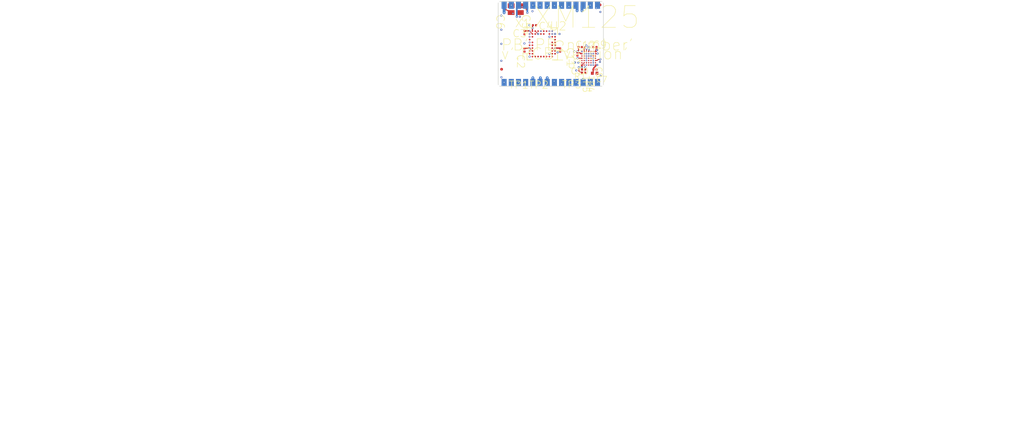
<source format=kicad_pcb>
(kicad_pcb (version 20211014) (generator pcbnew)
  (layers (0 "F.Cu" signal) (1 "In1.Cu" signal) (2 "In2.Cu" signal) (31 "B.Cu" signal) (34 "B.Paste" user) (35 "F.Paste" user) (36 "B.SilkS" user "B.Silkscreen") (37 "F.SilkS" user "F.Silkscreen") (38 "B.Mask" user) (39 "F.Mask" user) (44 "Edge.Cuts" user))
  (net 0 "")
  (net 1 "Net1")
  (net 2 "SPI_SS")
  (net 3 "MISC_GPIO2_BOOT0")
  (net 4 "XOUT")
  (net 5 "XIN")
  (net 6 "WAKE_UP")
  (net 7 "VIN_sensor")
  (net 8 "UART_TX")
  (net 9 "UART_RX")
  (net 10 "UART_RTS")
  (net 11 "UART_CTS")
  (net 12 "SWDIO")
  (net 13 "SWDCLK")
  (net 14 "SPI_MOSI")
  (net 15 "SPI_MISO")
  (net 16 "SPI_CLK")
  (net 17 "NRESET")
  (net 18 "MISC_GPIO1")
  (net 19 "MISC_GPIO0")
  (net 20 "MCU_INT")
  (net 21 "INTERRUPT")
  (net 22 "I2C_SDA")
  (net 23 "I2C_SCL")
  (net 24 "I2C_ADDR")
  (net 25 "GND")
  (net 26 "ENABLE")
  (net 27 "DEBUG_UART_TX")
  (net 28 "DEBUG_UART_RX")
  (net 29 "1V8_sensor")
  (footprint "Fiducial 0.5 mm footprint-1" (layer "F.Cu") (at 106.075 -77.745)
    (fp_text reference "F2" hide)
    (fp_text value "Fiducial marker" hide)
    (pad "1" smd circle locked (at 0 0 180) (size 0.5 0.5) (layers "F.Cu"))
  )
  (footprint "CAPC0603X04L_no_silkscreen" (layer "F.Cu") (at 94.485 -74.145)
    (fp_text reference "C4" hide)
    (fp_text value "Generic 1uF SMD capacitor, metric 0603 (0201)" hide)
    (pad "1" smd rect locked (at -0.28 0 90) (size 0.36 0.36) (layers "F.Cu") (net 7 "VIN_sensor"))
    (pad "2" smd rect locked (at 0.28 0 90) (size 0.36 0.36) (layers "F.Cu") (net 25 "GND"))
  )
  (footprint "CAPC0603X04L_no_silkscreen" (layer "F.Cu") (at 92.725 -69.76)
    (fp_text reference "C2" hide)
    (fp_text value "Generic 1uF SMD capacitor, metric 0603 (0201)" hide)
    (pad "1" smd rect locked (at 0 -0.28) (size 0.36 0.36) (layers "F.Cu") (net 29 "1V8_sensor"))
    (pad "2" smd rect locked (at 0 0.28) (size 0.36 0.36) (layers "F.Cu") (net 25 "GND"))
  )
  (footprint "CAPC0603X04L_no_silkscreen" (layer "F.Cu") (at 103.175 -66.295)
    (fp_text reference "C10" hide)
    (fp_text value "Generic 100 nF SMD capacitor, metric 0603 (0201)" hide)
    (pad "1" smd rect locked (at -0.28 0 90) (size 0.36 0.36) (layers "F.Cu") (net 7 "VIN_sensor"))
    (pad "2" smd rect locked (at 0.28 0 90) (size 0.36 0.36) (layers "F.Cu") (net 25 "GND"))
  )
  (footprint "CAPC0603X04L_no_silkscreen" (layer "F.Cu") (at 105.175 -66.295)
    (fp_text reference "C8" hide)
    (fp_text value "Generic 100 nF SMD capacitor, metric 0603 (0201)" hide)
    (pad "1" smd rect locked (at -0.28 0 90) (size 0.36 0.36) (layers "F.Cu") (net 7 "VIN_sensor"))
    (pad "2" smd rect locked (at 0.28 0 90) (size 0.36 0.36) (layers "F.Cu") (net 25 "GND"))
  )
  (footprint "CAPC0603X04L_no_silkscreen" (layer "F.Cu") (at 89.25 -77.235)
    (fp_text reference "C6" hide)
    (fp_text value "Generic 8pF SMD capacitor, metric 0603 (0201)" hide)
    (pad "1" smd rect locked (at 0 0.28 180) (size 0.36 0.36) (layers "F.Cu") (net 4 "XOUT"))
    (pad "2" smd rect locked (at 0 -0.28 180) (size 0.36 0.36) (layers "F.Cu") (net 25 "GND"))
  )
  (footprint "Testpoint_circular_0.8_no_silkscreen" (layer "F.Cu") (at 92.925 -64.02)
    (fp_text reference "TP2" hide)
    (fp_text value "Circular test point" hide)
    (pad "1" smd circle locked (at 0 0 90) (size 0.8 0.8) (layers "F.Cu") (net 25 "GND"))
  )
  (footprint "Fiducial 0.5 mm footprint-1" (layer "F.Cu") (at 88.67227 -66.35371)
    (fp_text reference "F1" hide)
    (fp_text value "Fiducial marker" hide)
    (pad "1" smd circle locked (at 0 0) (size 0.5 0.5) (layers "F.Cu"))
  )
  (footprint "CAPC1005X05L" (layer "F.Cu") (at 105.125 -65.645)
    (fp_text reference "C7" hide)
    (fp_text value "Generic 4.7uF SMD capacitor, metric 1005 (0402)" hide)
    (pad "1" smd rect locked (at -0.41 0 90) (size 0.55 0.5) (layers "F.Cu") (net 7 "VIN_sensor"))
    (pad "2" smd rect locked (at 0.41 0 90) (size 0.55 0.5) (layers "F.Cu") (net 25 "GND"))
  )
  (footprint "ECS-240-8-36-RWN-TR3-Footprint-No-Silk" (layer "F.Cu") (at 91.175 -76.985)
    (fp_text reference "X1" hide)
    (fp_text value "Crystal 24 MHz 2.5 x 2.0 mm 4-SMD" hide)
    (pad "1" smd rect locked (at -0.8125 0.6 90) (size 0.85 1.2) (layers "F.Cu") (net 4 "XOUT"))
    (pad "2" smd rect locked (at 0.8125 0.6 90) (size 0.85 1.2) (layers "F.Cu") (net 25 "GND"))
    (pad "3" smd rect locked (at 0.8125 -0.6 90) (size 0.85 1.2) (layers "F.Cu") (net 5 "XIN"))
    (pad "4" smd rect locked (at -0.8125 -0.6 90) (size 0.85 1.2) (layers "F.Cu") (net 25 "GND"))
  )
  (footprint "Testpoint_circular_0.8_no_silkscreen" (layer "F.Cu") (at 105.625 -64.04501)
    (fp_text reference "TP5" hide)
    (fp_text value "Circular test point" hide)
    (pad "1" smd circle locked (at 0 0 90) (size 0.8 0.8) (layers "F.Cu") (net 17 "NRESET"))
  )
  (footprint "Testpoint_circular_0.8_no_silkscreen" (layer "F.Cu") (at 89.12 -64.04501)
    (fp_text reference "TP1" hide)
    (fp_text value "Circular test point" hide)
    (pad "1" smd circle locked (at 0 0 90) (size 0.8 0.8) (layers "F.Cu") (net 7 "VIN_sensor"))
  )
  (footprint "CAPC0603X04L_no_silkscreen" (layer "F.Cu") (at 99.025 -69.76)
    (fp_text reference "C1" hide)
    (fp_text value "Generic 1uF SMD capacitor, metric 0603 (0201)" hide)
    (pad "1" smd rect locked (at 0 -0.28) (size 0.36 0.36) (layers "F.Cu") (net 29 "1V8_sensor"))
    (pad "2" smd rect locked (at 0 0.28) (size 0.36 0.36) (layers "F.Cu") (net 25 "GND"))
  )
  (footprint "Testpoint_circular_0.8_no_silkscreen" (layer "F.Cu") (at 103.09 -64.04501)
    (fp_text reference "TP4" hide)
    (fp_text value "Circular test point" hide)
    (pad "1" smd circle locked (at 0 0 90) (size 0.8 0.8) (layers "F.Cu") (net 13 "SWDCLK"))
  )
  (footprint "CAPC0603X04L_no_silkscreen" (layer "F.Cu") (at 102.075 -69.045)
    (fp_text reference "C11" hide)
    (fp_text value "Generic 100 nF SMD capacitor, metric 0603 (0201)" hide)
    (pad "1" smd rect locked (at 0 -0.28) (size 0.36 0.36) (layers "F.Cu") (net 7 "VIN_sensor"))
    (pad "2" smd rect locked (at 0 0.28) (size 0.36 0.36) (layers "F.Cu") (net 25 "GND"))
  )
  (footprint "CAPC0603X04L_no_silkscreen" (layer "F.Cu") (at 105.175 -70.27)
    (fp_text reference "C9" hide)
    (fp_text value "Generic 100 nF SMD capacitor, metric 0603 (0201)" hide)
    (pad "1" smd rect locked (at 0.28 0 270) (size 0.36 0.36) (layers "F.Cu") (net 7 "VIN_sensor"))
    (pad "2" smd rect locked (at -0.28 0 270) (size 0.36 0.36) (layers "F.Cu") (net 25 "GND"))
  )
  (footprint "BGA49C40P7X7_314X313X58" (layer "F.Cu") (at 104.075 -68.295)
    (fp_text reference "U1" hide)
    (fp_text value "RISC Microcontroller, 32-Bit, FLASH, 80MHz, CMOS, PBGA49" hide)
    (pad "A1" smd circle locked (at 1.2 1.2 180) (size 0.235 0.235) (layers "F.Cu") (net 7 "VIN_sensor"))
    (pad "A2" smd circle locked (at 0.8 1.2 180) (size 0.235 0.235) (layers "F.Cu") (net 13 "SWDCLK"))
    (pad "A3" smd circle locked (at 0.4 1.2 180) (size 0.235 0.235) (layers "F.Cu") (net 21 "INTERRUPT"))
    (pad "A4" smd circle locked (at 0 1.2 180) (size 0.235 0.235) (layers "F.Cu"))
    (pad "A5" smd circle locked (at -0.4 1.2 180) (size 0.235 0.235) (layers "F.Cu") (net 3 "MISC_GPIO2_BOOT0"))
    (pad "A6" smd circle locked (at -0.8 1.2 180) (size 0.235 0.235) (layers "F.Cu") (net 25 "GND"))
    (pad "A7" smd circle locked (at -1.2 1.2 180) (size 0.235 0.235) (layers "F.Cu") (net 7 "VIN_sensor"))
    (pad "B1" smd circle locked (at 1.2 0.8 180) (size 0.235 0.235) (layers "F.Cu") (net 25 "GND"))
    (pad "B2" smd circle locked (at 0.8 0.8 180) (size 0.235 0.235) (layers "F.Cu") (net 12 "SWDIO"))
    (pad "B3" smd circle locked (at 0.4 0.8 180) (size 0.235 0.235) (layers "F.Cu"))
    (pad "B4" smd circle locked (at 0 0.8 180) (size 0.235 0.235) (layers "F.Cu"))
    (pad "B5" smd circle locked (at -0.4 0.8 180) (size 0.235 0.235) (layers "F.Cu"))
    (pad "B6" smd circle locked (at -0.8 0.8 180) (size 0.235 0.235) (layers "F.Cu") (net 7 "VIN_sensor"))
    (pad "B7" smd circle locked (at -1.2 0.8 180) (size 0.235 0.235) (layers "F.Cu"))
    (pad "C1" smd circle locked (at 1.2 0.4 180) (size 0.235 0.235) (layers "F.Cu") (net 6 "WAKE_UP"))
    (pad "C2" smd circle locked (at 0.8 0.4 180) (size 0.235 0.235) (layers "F.Cu") (net 28 "DEBUG_UART_RX"))
    (pad "C3" smd circle locked (at 0.4 0.4 180) (size 0.235 0.235) (layers "F.Cu"))
    (pad "C4" smd circle locked (at 0 0.4 180) (size 0.235 0.235) (layers "F.Cu"))
    (pad "C5" smd circle locked (at -0.4 0.4 180) (size 0.235 0.235) (layers "F.Cu") (net 20 "MCU_INT"))
    (pad "C6" smd circle locked (at -0.8 0.4 180) (size 0.235 0.235) (layers "F.Cu"))
    (pad "C7" smd circle locked (at -1.2 0.4 180) (size 0.235 0.235) (layers "F.Cu"))
    (pad "D1" smd circle locked (at 1.2 0 180) (size 0.235 0.235) (layers "F.Cu"))
    (pad "D2" smd circle locked (at 0.8 0 180) (size 0.235 0.235) (layers "F.Cu") (net 27 "DEBUG_UART_TX"))
    (pad "D3" smd circle locked (at 0.4 0 180) (size 0.235 0.235) (layers "F.Cu"))
    (pad "D4" smd circle locked (at 0 0 180) (size 0.235 0.235) (layers "F.Cu"))
    (pad "D5" smd circle locked (at -0.4 0 180) (size 0.235 0.235) (layers "F.Cu") (net 17 "NRESET"))
    (pad "D6" smd circle locked (at -0.8 0 180) (size 0.235 0.235) (layers "F.Cu"))
    (pad "D7" smd circle locked (at -1.2 0 180) (size 0.235 0.235) (layers "F.Cu") (net 24 "I2C_ADDR"))
    (pad "E1" smd circle locked (at 1.2 -0.4 180) (size 0.235 0.235) (layers "F.Cu"))
    (pad "E2" smd circle locked (at 0.8 -0.4 180) (size 0.235 0.235) (layers "F.Cu"))
    (pad "E3" smd circle locked (at 0.4 -0.4 180) (size 0.235 0.235) (layers "F.Cu") (net 23 "I2C_SCL"))
    (pad "E4" smd circle locked (at 0 -0.4 180) (size 0.235 0.235) (layers "F.Cu") (net 9 "UART_RX"))
    (pad "E5" smd circle locked (at -0.4 -0.4 180) (size 0.235 0.235) (layers "F.Cu") (net 8 "UART_TX"))
    (pad "E6" smd circle locked (at -0.8 -0.4 180) (size 0.235 0.235) (layers "F.Cu"))
    (pad "E7" smd circle locked (at -1.2 -0.4 180) (size 0.235 0.235) (layers "F.Cu") (net 25 "GND"))
    (pad "F1" smd circle locked (at 1.2 -0.8 180) (size 0.235 0.235) (layers "F.Cu") (net 26 "ENABLE"))
    (pad "F2" smd circle locked (at 0.8 -0.8 180) (size 0.235 0.235) (layers "F.Cu") (net 22 "I2C_SDA"))
    (pad "F3" smd circle locked (at 0.4 -0.8 180) (size 0.235 0.235) (layers "F.Cu") (net 14 "SPI_MOSI"))
    (pad "F4" smd circle locked (at 0 -0.8 180) (size 0.235 0.235) (layers "F.Cu") (net 15 "SPI_MISO"))
    (pad "F5" smd circle locked (at -0.4 -0.8 180) (size 0.235 0.235) (layers "F.Cu") (net 16 "SPI_CLK"))
    (pad "F6" smd circle locked (at -0.8 -0.8 180) (size 0.235 0.235) (layers "F.Cu") (net 11 "UART_CTS"))
    (pad "F7" smd circle locked (at -1.2 -0.8 180) (size 0.235 0.235) (layers "F.Cu") (net 7 "VIN_sensor"))
    (pad "G1" smd circle locked (at 1.2 -1.2 180) (size 0.235 0.235) (layers "F.Cu") (net 7 "VIN_sensor"))
    (pad "G2" smd circle locked (at 0.8 -1.2 180) (size 0.235 0.235) (layers "F.Cu") (net 25 "GND"))
    (pad "G3" smd circle locked (at 0.4 -1.2 180) (size 0.235 0.235) (layers "F.Cu"))
    (pad "G4" smd circle locked (at 0 -1.2 180) (size 0.235 0.235) (layers "F.Cu") (net 19 "MISC_GPIO0"))
    (pad "G5" smd circle locked (at -0.4 -1.2 180) (size 0.235 0.235) (layers "F.Cu") (net 2 "SPI_SS"))
    (pad "G6" smd circle locked (at -0.8 -1.2 180) (size 0.235 0.235) (layers "F.Cu") (net 18 "MISC_GPIO1"))
    (pad "G7" smd circle locked (at -1.2 -1.2 180) (size 0.235 0.235) (layers "F.Cu") (net 10 "UART_RTS"))
  )
  (footprint "CAPC0603X04L_no_silkscreen" (layer "F.Cu") (at 93.125 -77.235)
    (fp_text reference "C5" hide)
    (fp_text value "Generic 8pF SMD capacitor, metric 0603 (0201)" hide)
    (pad "1" smd rect locked (at 0 -0.28) (size 0.36 0.36) (layers "F.Cu") (net 5 "XIN"))
    (pad "2" smd rect locked (at 0 0.28) (size 0.36 0.36) (layers "F.Cu") (net 25 "GND"))
  )
  (footprint "BGA50C50P10X10_520X550X90" (layer "F.Cu") (at 95.875 -70.845)
    (fp_text reference "U2" hide)
    (fp_text value "Acconeer A121 pulsed coherent 60 GHz radar sensor" hide)
    (pad "A2" smd circle locked (at 1.75 2.25 180) (size 0.3 0.3) (layers "F.Cu") (net 25 "GND"))
    (pad "A3" smd circle locked (at 1.25 2.25 180) (size 0.3 0.3) (layers "F.Cu") (net 25 "GND"))
    (pad "A4" smd circle locked (at 0.75 2.25 180) (size 0.3 0.3) (layers "F.Cu") (net 25 "GND"))
    (pad "A5" smd circle locked (at 0.25 2.25 180) (size 0.3 0.3) (layers "F.Cu") (net 25 "GND"))
    (pad "A6" smd circle locked (at -0.25 2.25 180) (size 0.3 0.3) (layers "F.Cu") (net 25 "GND"))
    (pad "A7" smd circle locked (at -0.75 2.25 180) (size 0.3 0.3) (layers "F.Cu") (net 25 "GND"))
    (pad "A8" smd circle locked (at -1.25 2.25 180) (size 0.3 0.3) (layers "F.Cu") (net 25 "GND"))
    (pad "A9" smd circle locked (at -1.75 2.25 180) (size 0.3 0.3) (layers "F.Cu") (net 25 "GND"))
    (pad "B1" smd circle locked (at 2.25 1.75 180) (size 0.3 0.3) (layers "F.Cu") (net 25 "GND"))
    (pad "B2" smd circle locked (at 1.75 1.75 180) (size 0.3 0.3) (layers "F.Cu") (net 25 "GND"))
    (pad "B9" smd circle locked (at -1.75 1.75 180) (size 0.3 0.3) (layers "F.Cu") (net 25 "GND"))
    (pad "B10" smd circle locked (at -2.25 1.75 180) (size 0.3 0.3) (layers "F.Cu") (net 25 "GND"))
    (pad "C1" smd circle locked (at 2.25 1.25 180) (size 0.3 0.3) (layers "F.Cu") (net 25 "GND"))
    (pad "C2" smd circle locked (at 1.75 1.25 180) (size 0.3 0.3) (layers "F.Cu") (net 29 "1V8_sensor"))
    (pad "C9" smd circle locked (at -1.75 1.25 180) (size 0.3 0.3) (layers "F.Cu") (net 29 "1V8_sensor"))
    (pad "C10" smd circle locked (at -2.25 1.25 180) (size 0.3 0.3) (layers "F.Cu") (net 25 "GND"))
    (pad "D1" smd circle locked (at 2.25 0.75 180) (size 0.3 0.3) (layers "F.Cu") (net 29 "1V8_sensor"))
    (pad "D2" smd circle locked (at 1.75 0.75 180) (size 0.3 0.3) (layers "F.Cu") (net 25 "GND"))
    (pad "D9" smd circle locked (at -1.75 0.75 180) (size 0.3 0.3) (layers "F.Cu") (net 25 "GND"))
    (pad "D10" smd circle locked (at -2.25 0.75 180) (size 0.3 0.3) (layers "F.Cu") (net 29 "1V8_sensor"))
    (pad "E1" smd circle locked (at 2.25 0.25 180) (size 0.3 0.3) (layers "F.Cu") (net 25 "GND"))
    (pad "E2" smd circle locked (at 1.75 0.25 180) (size 0.3 0.3) (layers "F.Cu") (net 25 "GND"))
    (pad "E9" smd circle locked (at -1.75 0.25 180) (size 0.3 0.3) (layers "F.Cu") (net 25 "GND"))
    (pad "E10" smd circle locked (at -2.25 0.25 180) (size 0.3 0.3) (layers "F.Cu") (net 25 "GND"))
    (pad "F1" smd circle locked (at 2.25 -0.25 180) (size 0.3 0.3) (layers "F.Cu") (net 25 "GND"))
    (pad "F2" smd circle locked (at 1.75 -0.25 180) (size 0.3 0.3) (layers "F.Cu") (net 25 "GND"))
    (pad "F9" smd circle locked (at -1.75 -0.25 180) (size 0.3 0.3) (layers "F.Cu") (net 25 "GND"))
    (pad "F10" smd circle locked (at -2.25 -0.25 180) (size 0.3 0.3) (layers "F.Cu") (net 26 "ENABLE"))
    (pad "G1" smd circle locked (at 2.25 -0.75 180) (size 0.3 0.3) (layers "F.Cu") (net 25 "GND"))
    (pad "G10" smd circle locked (at -2.25 -0.75 180) (size 0.3 0.3) (layers "F.Cu") (net 25 "GND"))
    (pad "H1" smd circle locked (at 2.25 -1.25 180) (size 0.3 0.3) (layers "F.Cu") (net 25 "GND"))
    (pad "H2" smd circle locked (at 1.75 -1.25 180) (size 0.3 0.3) (layers "F.Cu") (net 25 "GND"))
    (pad "H9" smd circle locked (at -1.75 -1.25 180) (size 0.3 0.3) (layers "F.Cu") (net 25 "GND"))
    (pad "H10" smd circle locked (at -2.25 -1.25 180) (size 0.3 0.3) (layers "F.Cu") (net 4 "XOUT"))
    (pad "J1" smd circle locked (at 2.25 -1.75 180) (size 0.3 0.3) (layers "F.Cu") (net 7 "VIN_sensor"))
    (pad "J2" smd circle locked (at 1.75 -1.75 180) (size 0.3 0.3) (layers "F.Cu") (net 2 "SPI_SS"))
    (pad "J3" smd circle locked (at 1.25 -1.75 180) (size 0.3 0.3) (layers "F.Cu") (net 25 "GND"))
    (pad "J5" smd circle locked (at 0.25 -1.75 180) (size 0.3 0.3) (layers "F.Cu") (net 25 "GND"))
    (pad "J6" smd circle locked (at -0.25 -1.75 180) (size 0.3 0.3) (layers "F.Cu") (net 25 "GND"))
    (pad "J8" smd circle locked (at -1.25 -1.75 180) (size 0.3 0.3) (layers "F.Cu") (net 25 "GND"))
    (pad "J9" smd circle locked (at -1.75 -1.75 180) (size 0.3 0.3) (layers "F.Cu") (net 29 "1V8_sensor"))
    (pad "J10" smd circle locked (at -2.25 -1.75 180) (size 0.3 0.3) (layers "F.Cu") (net 5 "XIN"))
    (pad "K2" smd circle locked (at 1.75 -2.25 180) (size 0.3 0.3) (layers "F.Cu") (net 16 "SPI_CLK"))
    (pad "K3" smd circle locked (at 1.25 -2.25 180) (size 0.3 0.3) (layers "F.Cu") (net 15 "SPI_MISO"))
    (pad "K4" smd circle locked (at 0.75 -2.25 180) (size 0.3 0.3) (layers "F.Cu") (net 25 "GND"))
    (pad "K5" smd circle locked (at 0.25 -2.25 180) (size 0.3 0.3) (layers "F.Cu") (net 25 "GND"))
    (pad "K6" smd circle locked (at -0.25 -2.25 180) (size 0.3 0.3) (layers "F.Cu") (net 14 "SPI_MOSI"))
    (pad "K7" smd circle locked (at -0.75 -2.25 180) (size 0.3 0.3) (layers "F.Cu") (net 25 "GND"))
    (pad "K8" smd circle locked (at -1.25 -2.25 180) (size 0.3 0.3) (layers "F.Cu") (net 21 "INTERRUPT"))
    (pad "K9" smd circle locked (at -1.75 -2.25 180) (size 0.3 0.3) (layers "F.Cu") (net 7 "VIN_sensor"))
  )
  (footprint "RESC0603X03L_no_silkscreen" (layer "F.Cu") (at 103.175 -65.745)
    (fp_text reference "R1" hide)
    (fp_text value "100 kOhm generic SMD resistor, +/-1%, metric 0603 (0201)" hide)
    (pad "1" smd rect locked (at 0.28 0 270) (size 0.36 0.36) (layers "F.Cu") (net 25 "GND"))
    (pad "2" smd rect locked (at -0.28 0 270) (size 0.36 0.36) (layers "F.Cu") (net 3 "MISC_GPIO2_BOOT0"))
  )
  (footprint "CAPC0603X04L_no_silkscreen" (layer "F.Cu") (at 102.575 -70.27)
    (fp_text reference "C12" hide)
    (fp_text value "Generic 1uF SMD capacitor, metric 0603 (0201)" hide)
    (pad "1" smd rect locked (at -0.28 0 90) (size 0.36 0.36) (layers "F.Cu") (net 7 "VIN_sensor"))
    (pad "2" smd rect locked (at 0.28 0 90) (size 0.36 0.36) (layers "F.Cu") (net 25 "GND"))
  )
  (footprint "CAPC0603X04L_no_silkscreen" (layer "F.Cu") (at 92.725 -72.825)
    (fp_text reference "C3" hide)
    (fp_text value "Generic 1uF SMD capacitor, metric 0603 (0201)" hide)
    (pad "1" smd rect locked (at 0 -0.28) (size 0.36 0.36) (layers "F.Cu") (net 29 "1V8_sensor"))
    (pad "2" smd rect locked (at 0 0.28) (size 0.36 0.36) (layers "F.Cu") (net 25 "GND"))
  )
  (footprint "Testpoint_circular_0.8_no_silkscreen" (layer "F.Cu") (at 101.825 -64.04501)
    (fp_text reference "TP3" hide)
    (fp_text value "Circular test point" hide)
    (pad "1" smd circle locked (at 0 0 90) (size 0.8 0.8) (layers "F.Cu") (net 12 "SWDIO"))
  )
  (footprint "LCCS127P1500X1800X0-28N" (layer "B.Cu") (at 97.375 -70.845)
    (fp_text reference "J1" hide)
    (fp_text value "28-pin Land Grid Array (LGA), pitch 1.27 mm" hide)
    (pad "1" smd rect locked (at -8.255 6.85) (size 0.9 1.3) (layers "B.Cu") (net 7 "VIN_sensor"))
    (pad "2" smd rect locked (at -6.985 6.85) (size 0.9 1.3) (layers "B.Cu") (net 25 "GND"))
    (pad "3" smd rect locked (at -5.715 6.85) (size 0.9 1.3) (layers "B.Cu") (net 29 "1V8_sensor"))
    (pad "4" smd rect locked (at -4.445 6.85) (size 0.9 1.3) (layers "B.Cu") (net 25 "GND"))
    (pad "5" smd rect locked (at -3.175 6.85) (size 0.9 1.3) (layers "B.Cu") (net 8 "UART_TX"))
    (pad "6" smd rect locked (at -1.905 6.85) (size 0.9 1.3) (layers "B.Cu") (net 9 "UART_RX"))
    (pad "7" smd rect locked (at -0.635 6.85) (size 0.9 1.3) (layers "B.Cu") (net 25 "GND"))
    (pad "8" smd rect locked (at 0.635 6.85) (size 0.9 1.3) (layers "B.Cu") (net 11 "UART_CTS"))
    (pad "9" smd rect locked (at 1.905 6.85) (size 0.9 1.3) (layers "B.Cu") (net 10 "UART_RTS"))
    (pad "10" smd rect locked (at 3.175 6.85) (size 0.9 1.3) (layers "B.Cu") (net 25 "GND"))
    (pad "11" smd rect locked (at 4.445 6.85) (size 0.9 1.3) (layers "B.Cu") (net 12 "SWDIO"))
    (pad "12" smd rect locked (at 5.715 6.85) (size 0.9 1.3) (layers "B.Cu") (net 13 "SWDCLK"))
    (pad "13" smd rect locked (at 6.985 6.85) (size 0.9 1.3) (layers "B.Cu") (net 25 "GND"))
    (pad "14" smd rect locked (at 8.255 6.85) (size 0.9 1.3) (layers "B.Cu") (net 17 "NRESET"))
    (pad "15" smd rect locked (at 8.255 -6.85) (size 0.9 1.3) (layers "B.Cu") (net 6 "WAKE_UP"))
    (pad "16" smd rect locked (at 6.985 -6.85) (size 0.9 1.3) (layers "B.Cu") (net 25 "GND"))
    (pad "17" smd rect locked (at 5.715 -6.85) (size 0.9 1.3) (layers "B.Cu") (net 23 "I2C_SCL"))
    (pad "18" smd rect locked (at 4.445 -6.85) (size 0.9 1.3) (layers "B.Cu") (net 22 "I2C_SDA"))
    (pad "19" smd rect locked (at 3.175 -6.85) (size 0.9 1.3) (layers "B.Cu") (net 25 "GND"))
    (pad "20" smd rect locked (at 1.905 -6.85) (size 0.9 1.3) (layers "B.Cu") (net 24 "I2C_ADDR"))
    (pad "21" smd rect locked (at 0.635 -6.85) (size 0.9 1.3) (layers "B.Cu") (net 28 "DEBUG_UART_RX"))
    (pad "22" smd rect locked (at -0.635 -6.85) (size 0.9 1.3) (layers "B.Cu") (net 25 "GND"))
    (pad "23" smd rect locked (at -1.905 -6.85) (size 0.9 1.3) (layers "B.Cu") (net 27 "DEBUG_UART_TX"))
    (pad "24" smd rect locked (at -3.175 -6.85) (size 0.9 1.3) (layers "B.Cu") (net 19 "MISC_GPIO0"))
    (pad "25" smd rect locked (at -4.445 -6.85) (size 0.9 1.3) (layers "B.Cu") (net 18 "MISC_GPIO1"))
    (pad "26" smd rect locked (at -5.715 -6.85) (size 0.9 1.3) (layers "B.Cu") (net 3 "MISC_GPIO2_BOOT0"))
    (pad "27" smd rect locked (at -6.985 -6.85) (size 0.9 1.3) (layers "B.Cu") (net 25 "GND"))
    (pad "28" smd rect locked (at -8.255 -6.85) (size 0.9 1.3) (layers "B.Cu") (net 20 "MCU_INT"))
  )
  (gr_line (start 93.175 -73.695) (end 94.125 -73.695) (layer "F.SilkS") (width 0.125))
  (gr_line (start 97.625 -67.995) (end 98.575 -67.995) (layer "F.SilkS") (width 0.125))
  (gr_line (start 97.625 -73.695) (end 98.575 -73.695) (layer "F.SilkS") (width 0.125))
  (gr_line (start 98.575 -72.545) (end 98.575 -73.695) (layer "F.SilkS") (width 0.125))
  (gr_line (start 93.175 -72.545) (end 93.175 -73.695) (layer "F.SilkS") (width 0.125))
  (gr_line (start 98.575 -67.995) (end 98.575 -69.095) (layer "F.SilkS") (width 0.125))
  (gr_line (start 93.175 -67.995) (end 93.175 -69.095) (layer "F.SilkS") (width 0.125))
  (gr_line (start 93.175 -67.995) (end 94.125 -67.995) (layer "F.SilkS") (width 0.125))
  (gr_line (start 106.675 -63.595) (end 106.67503 -78.095) (layer "Edge.Cuts") (width 0.1))
  (gr_line (start 88.075 -63.595) (end 88.075 -78.095) (layer "Edge.Cuts") (width 0.1))
  (gr_line (start 88.32499 -78.345) (end 106.425 -78.34503) (layer "Edge.Cuts") (width 0.1))
  (gr_line (start 88.325 -63.345) (end 106.425 -63.345) (layer "Edge.Cuts") (width 0.1))
  (gr_text "C2" (at 92.05931 -69.07801 270) (layer "F.SilkS") (effects (font (size 1.3 1.3) (thickness 0.1)) (justify left)))
  (gr_text "R1" (at 101.4249 -65.09106) (layer "F.SilkS") (effects (font (size 1.1 1.1) (thickness 0.1)) (justify left)))
  (gr_text "C10" (at 100.81943 -65.99259) (layer "F.SilkS") (effects (font (size 1.1 1.1) (thickness 0.1)) (justify left)))
  (gr_text "TP3" (at 99.24959 -63.63472) (layer "F.SilkS") (effects (font (size 1.3 1.3) (thickness 0.1)) (justify left)))
  (gr_text "C6" (at 88.42679 -76.17597 270) (layer "F.SilkS") (effects (font (size 1.4 1.4) (thickness 0.1)) (justify left)))
  (gr_text "U2" (at 97.106 -73.9714) (layer "F.SilkS") (effects (font (size 1.5 1.5) (thickness 0.1)) (justify left)))
  (gr_text "v'.PCB_version'" (at 88.475 -69.09501) (layer "F.SilkS") (effects (font (size 2 2) (thickness 0.1)) (justify left)))
  (gr_text "C8" (at 105.9051 -66.87431 270) (layer "F.SilkS") (effects (font (size 1 1) (thickness 0.1)) (justify left)))
  (gr_text "X1" (at 90.97665 -74.48485) (layer "F.SilkS") (effects (font (size 1.4 1.4) (thickness 0.1)) (justify left)))
  (gr_text "TP5" (at 103.5787 -65.26687 270) (layer "F.SilkS") (effects (font (size 1.1 1.1) (thickness 0.1)) (justify left)))
  (gr_text "C12" (at 101.64539 -70.67822) (layer "F.SilkS") (effects (font (size 1.2 1.2) (thickness 0.1)) (justify left)))
  (gr_text "PB'.PB_number'" (at 88.525 -70.66722) (layer "F.SilkS") (effects (font (size 2 2) (thickness 0.1)) (justify left)))
  (gr_text "C7" (at 105.34615 -64.57511) (layer "F.SilkS") (effects (font (size 1 1) (thickness 0.1)) (justify left)))
  (gr_text "C1" (at 98.85931 -71.70172 270) (layer "F.SilkS") (effects (font (size 1.3 1.3) (thickness 0.1)) (justify left)))
  (gr_text "C4" (at 95.13959 -73.97931) (layer "F.SilkS") (effects (font (size 1.3 1.3) (thickness 0.1)) (justify left)))
  (gr_text "TP2" (at 93.40379 -63.57751) (layer "F.SilkS") (effects (font (size 1.3 1.3) (thickness 0.1)) (justify left)))
  (gr_text "XM125" (at 94.075 -75.54501) (layer "F.SilkS") (effects (font (size 3.85 3.85) (thickness 0.1)) (justify left)))
  (gr_text "C11" (at 100.79095 -70.30412 270) (layer "F.SilkS") (effects (font (size 1.2 1.2) (thickness 0.1)) (justify left)))
  (gr_text "C3" (at 90.53779 -72.67931) (layer "F.SilkS") (effects (font (size 1.3 1.3) (thickness 0.1)) (justify left)))
  (gr_text "TP1" (at 89.88008 -63.57751) (layer "F.SilkS") (effects (font (size 1.3 1.3) (thickness 0.1)) (justify left)))
  (gr_text "C9" (at 104.68719 -70.67931) (layer "F.SilkS") (effects (font (size 1.3 1.3) (thickness 0.1)) (justify left)))
  (gr_text "TP4" (at 104.41259 -65.2628 270) (layer "F.SilkS") (effects (font (size 1.1 1.1) (thickness 0.1)) (justify left)))
  (gr_text "C5" (at 92.97679 -76.18439 270) (layer "F.SilkS") (effects (font (size 1.4 1.4) (thickness 0.1)) (justify left)))
  (gr_text "U1" (at 100.18284 -67.26359) (layer "F.SilkS") (effects (font (size 1.524 1.524) (thickness 0.1)) (justify left)))
  (arc (start 106.575 -77.745) (mid 105.575 -77.745) (end 106.575 -77.745) (width 0) (layer "F.Cu") (net 0))
  (arc (start 89.17227 -66.35371) (mid 88.17227 -66.35371) (end 89.17227 -66.35371) (width 0) (layer "F.Cu") (net 0))
  (segment (start 103.675 -69.495) (end 103.675 -70.045) (width 0.15) (layer "F.Cu") (net 2))
  (via (at 103.675 -70.045) (size 0.35) (drill 0.15) (layers "F.Cu" "B.Cu") (net 2))
  (via (at 97.625 -72.595) (size 0.27) (drill 0.12) (layers "F.Cu" "B.Cu") (net 2))
  (segment (start 102.325 -66.045) (end 102.52 -65.85) (width 0.15) (layer "F.Cu") (net 3))
  (segment (start 102.325 -66.045) (end 102.325 -66.695) (width 0.15) (layer "F.Cu") (net 3))
  (segment (start 102.52 -65.85) (end 102.79 -65.85) (width 0.15) (layer "F.Cu") (net 3))
  (via (at 102.325 -66.695) (size 0.35) (drill 0.15) (layers "F.Cu" "B.Cu") (net 3))
  (via (at 91.35866 -75.64502) (size 0.35) (drill 0.15) (layers "F.Cu" "B.Cu") (net 3))
  (via (at 103.675 -67.095) (size 0.27) (drill 0.12) (layers "F.Cu" "B.Cu") (net 3))
  (segment (start 91.36 -77.395) (end 91.36067 -77.39567) (width 0.3) (layer "B.Cu") (net 3))
  (segment (start 91.36 -75.64635) (end 91.36 -77.395) (width 0.3) (layer "B.Cu") (net 3))
  (segment (start 91.35866 -75.64502) (end 91.36 -75.64635) (width 0.3) (layer "B.Cu") (net 3))
  (segment (start 91.46 -77.495) (end 91.66 -77.695) (width 0.5) (layer "B.Cu") (net 3))
  (segment (start 89.5466 -76.87341) (end 89.685 -76.735) (width 0.15) (layer "F.Cu") (net 4))
  (segment (start 89.8375 -76.735) (end 90.125 -76.4475) (width 0.15) (layer "F.Cu") (net 4))
  (segment (start 89.685 -76.735) (end 89.8375 -76.735) (width 0.15) (layer "F.Cu") (net 4))
  (segment (start 89.25 -76.955) (end 89.3316 -76.87341) (width 0.15) (layer "F.Cu") (net 4))
  (segment (start 90.125 -76.095) (end 90.125 -76.4475) (width 0.15) (layer "F.Cu") (net 4))
  (segment (start 89.3316 -76.87341) (end 89.5466 -76.87341) (width 0.15) (layer "F.Cu") (net 4))
  (segment (start 90.6 -76.22001) (end 90.675 -76.22001) (width 0.15) (layer "F.Cu") (net 4))
  (segment (start 90.125 -76.095) (end 90.225 -76.095) (width 0.15) (layer "F.Cu") (net 4))
  (segment (start 90.475 -76.095) (end 90.6 -76.22001) (width 0.15) (layer "F.Cu") (net 4))
  (via (at 90.675 -76.22001) (size 0.27) (drill 0.12) (layers "F.Cu" "B.Cu") (net 4))
  (via (at 93.625 -72.095) (size 0.27) (drill 0.12) (layers "F.Cu" "B.Cu") (net 4))
  (segment (start 92.30322 -77.39165) (end 92.30322 -77.51678) (width 0.15) (layer "F.Cu") (net 5))
  (segment (start 92.30172 -77.51829) (end 92.30322 -77.51678) (width 0.15) (layer "F.Cu") (net 5))
  (segment (start 92.30172 -77.51829) (end 93.12172 -77.51829) (width 0.15) (layer "F.Cu") (net 5))
  (segment (start 92.235 -77.585) (end 92.30172 -77.51829) (width 0.15) (layer "F.Cu") (net 5))
  (segment (start 91.9875 -77.585) (end 92.235 -77.585) (width 0.15) (layer "F.Cu") (net 5))
  (via (at 92.30322 -77.39165) (size 0.27) (drill 0.12) (layers "F.Cu" "B.Cu") (net 5))
  (via (at 93.625 -72.595) (size 0.27) (drill 0.12) (layers "F.Cu" "B.Cu") (net 5))
  (segment (start 105.29126 -67.91126) (end 105.56214 -67.91126) (width 0.15) (layer "F.Cu") (net 6))
  (segment (start 105.56214 -67.91126) (end 105.73261 -68.08174) (width 0.15) (layer "F.Cu") (net 6))
  (segment (start 106.08673 -68.08174) (end 106.125 -68.12) (width 0.15) (layer "F.Cu") (net 6))
  (segment (start 105.73261 -68.08174) (end 106.08673 -68.08174) (width 0.15) (layer "F.Cu") (net 6))
  (segment (start 105.275 -67.895) (end 105.29126 -67.91126) (width 0.15) (layer "F.Cu") (net 6))
  (via (at 106.125 -68.12) (size 0.35) (drill 0.15) (layers "F.Cu" "B.Cu") (net 6))
  (via (at 105.40668 -77.17537) (size 0.35) (drill 0.15) (layers "F.Cu" "B.Cu") (net 6))
  (segment (start 105.40668 -77.27668) (end 105.63 -77.5) (width 0.2) (layer "B.Cu") (net 6))
  (segment (start 105.40668 -77.17537) (end 105.40668 -77.27668) (width 0.2) (layer "B.Cu") (net 6))
  (segment (start 105.63 -77.5) (end 105.63 -77.695) (width 0.2) (layer "B.Cu") (net 6))
  (segment (start 102.075 -69.24501) (end 102.105 -69.275) (width 0.2) (layer "F.Cu") (net 7))
  (segment (start 104.865 -65.795) (end 104.865 -66.215) (width 0.2) (layer "F.Cu") (net 7))
  (segment (start 104.95 -66.57) (end 105.2683 -66.88831) (width 0.25) (layer "F.Cu") (net 7))
  (segment (start 102.6683 -69.1017) (end 102.86831 -69.1017) (width 0.2) (layer "F.Cu") (net 7))
  (segment (start 89.12187 -64.03614) (end 89.12187 -64.04313) (width 0.2) (layer "F.Cu") (net 7))
  (segment (start 105.275 -69.495) (end 105.52094 -69.74094) (width 0.35) (layer "F.Cu") (net 7))
  (segment (start 105.2683 -66.88831) (end 105.2683 -67.08831) (width 0.25) (layer "F.Cu") (net 7))
  (segment (start 89.12 -64.04501) (end 89.12187 -64.04313) (width 0.2) (layer "F.Cu") (net 7))
  (segment (start 105.2683 -67.08831) (end 105.275 -67.095) (width 0.2) (layer "F.Cu") (net 7))
  (segment (start 102.875 -67.095) (end 102.875 -67.095) (width 0.2) (layer "F.Cu") (net 7))
  (segment (start 102.86831 -69.1017) (end 102.875 -69.095) (width 0.2) (layer "F.Cu") (net 7))
  (segment (start 102.075 -69.50854) (end 102.275 -69.70853) (width 0.2) (layer "F.Cu") (net 7))
  (segment (start 104.945 -66.295) (end 104.95 -66.3) (width 0.25) (layer "F.Cu") (net 7))
  (segment (start 102.875 -66.315) (end 102.875 -66.695) (width 0.3) (layer "F.Cu") (net 7))
  (segment (start 105.455 -69.80933) (end 105.52339 -69.74094) (width 0.35) (layer "F.Cu") (net 7))
  (segment (start 102.275 -69.70853) (end 102.275 -70.245) (width 0.2) (layer "F.Cu") (net 7))
  (segment (start 104.95 -66.3) (end 104.95 -66.57) (width 0.25) (layer "F.Cu") (net 7))
  (segment (start 94.125 -73.645) (end 94.125 -73.995) (width 0.2) (layer "F.Cu") (net 7))
  (segment (start 102.105 -69.275) (end 102.495 -69.275) (width 0.2) (layer "F.Cu") (net 7))
  (segment (start 102.875 -66.695) (end 102.875 -67.095) (width 0.3) (layer "F.Cu") (net 7))
  (segment (start 105.52094 -69.74094) (end 105.52339 -69.74094) (width 0.35) (layer "F.Cu") (net 7))
  (segment (start 94.125 -73.095) (end 94.125 -73.645) (width 0.2) (layer "F.Cu") (net 7))
  (segment (start 104.715 -65.645) (end 104.865 -65.795) (width 0.2) (layer "F.Cu") (net 7))
  (segment (start 102.875 -67.095) (end 103.275 -67.495) (width 0.12) (layer "F.Cu") (net 7))
  (segment (start 102.075 -69.495) (end 102.075 -69.50854) (width 0.2) (layer "F.Cu") (net 7))
  (segment (start 105.275 -67.095) (end 105.575 -67.095) (width 0.25) (layer "F.Cu") (net 7))
  (segment (start 102.495 -69.275) (end 102.6683 -69.1017) (width 0.2) (layer "F.Cu") (net 7))
  (segment (start 105.455 -69.80933) (end 105.455 -70.27) (width 0.35) (layer "F.Cu") (net 7))
  (via (at 89.12187 -64.04501) (size 0.35) (drill 0.15) (layers "F.Cu" "B.Cu") (net 7))
  (via (at 105.52339 -69.74094) (size 0.35) (drill 0.15) (layers "F.Cu" "B.Cu") (net 7))
  (via (at 102.075 -69.495) (size 0.35) (drill 0.15) (layers "F.Cu" "B.Cu") (net 7))
  (via (at 105.575 -67.095) (size 0.35) (drill 0.15) (layers "F.Cu" "B.Cu") (net 7))
  (via (at 98.125 -72.595) (size 0.35) (drill 0.15) (layers "F.Cu" "B.Cu") (net 7))
  (via (at 94.125 -73.645) (size 0.35) (drill 0.15) (layers "F.Cu" "B.Cu") (net 7))
  (via (at 102.875 -66.695) (size 0.35) (drill 0.15) (layers "F.Cu" "B.Cu") (net 7))
  (segment (start 89.12 -63.995) (end 89.12 -64.03427) (width 0.45) (layer "B.Cu") (net 7))
  (segment (start 89.12 -64.03427) (end 89.12187 -64.03614) (width 0.45) (layer "B.Cu") (net 7))
  (via (at 94.2 -64.845) (size 0.35) (drill 0.15) (layers "F.Cu" "B.Cu") (net 8))
  (via (at 103.675 -68.695) (size 0.27) (drill 0.12) (layers "F.Cu" "B.Cu") (net 8))
  (segment (start 94.2 -63.995) (end 94.2 -64.845) (width 0.5) (layer "B.Cu") (net 8))
  (via (at 95.525 -64.845) (size 0.35) (drill 0.15) (layers "F.Cu" "B.Cu") (net 9))
  (via (at 104.075 -68.695) (size 0.27) (drill 0.12) (layers "F.Cu" "B.Cu") (net 9))
  (segment (start 95.525 -64.05) (end 95.525 -64.845) (width 0.5) (layer "B.Cu") (net 9))
  (segment (start 95.47 -63.995) (end 95.525 -64.05) (width 0.5) (layer "B.Cu") (net 9))
  (via (at 99.275 -63.745) (size 0.35) (drill 0.15) (layers "F.Cu" "B.Cu") (net 10))
  (via (at 102.875 -69.495) (size 0.27) (drill 0.12) (layers "F.Cu" "B.Cu") (net 10))
  (segment (start 99.275 -63.745) (end 99.275 -64) (width 0.5) (layer "B.Cu") (net 10))
  (via (at 103.27504 -69.09102) (size 0.27) (drill 0.12) (layers "F.Cu" "B.Cu") (net 11))
  (via (at 97.975 -64.245) (size 0.35) (drill 0.15) (layers "F.Cu" "B.Cu") (net 11))
  (segment (start 97.975 -64.245) (end 98.025 -64.19501) (width 0.5) (layer "B.Cu") (net 11))
  (segment (start 101.82967 -64.03697) (end 101.82967 -64.04034) (width 0.2) (layer "F.Cu") (net 12))
  (segment (start 101.825 -64.04501) (end 101.82967 -64.04034) (width 0.2) (layer "F.Cu") (net 12))
  (via (at 101.82967 -64.03697) (size 0.35) (drill 0.15) (layers "F.Cu" "B.Cu") (net 12))
  (via (at 104.875 -67.495) (size 0.27) (drill 0.12) (layers "F.Cu" "B.Cu") (net 12))
  (segment (start 101.82 -63.995) (end 101.82 -64.0273) (width 0.5) (layer "B.Cu") (net 12))
  (segment (start 101.82 -64.0273) (end 101.82967 -64.03697) (width 0.5) (layer "B.Cu") (net 12))
  (segment (start 103.0825 -64.05251) (end 103.0825 -64.53751) (width 0.2) (layer "F.Cu") (net 13))
  (segment (start 103.0825 -64.05251) (end 103.09 -64.04501) (width 0.2) (layer "F.Cu") (net 13))
  (segment (start 103.075 -64.545) (end 103.0825 -64.53751) (width 0.2) (layer "F.Cu") (net 13))
  (via (at 103.075 -64.545) (size 0.35) (drill 0.15) (layers "F.Cu" "B.Cu") (net 13))
  (via (at 104.875 -67.095) (size 0.27) (drill 0.12) (layers "F.Cu" "B.Cu") (net 13))
  (segment (start 103.075 -64.01) (end 103.09 -63.995) (width 0.5) (layer "B.Cu") (net 13))
  (segment (start 103.075 -64.01) (end 103.075 -64.545) (width 0.5) (layer "B.Cu") (net 13))
  (via (at 104.475 -69.095) (size 0.27) (drill 0.12) (layers "F.Cu" "B.Cu") (net 14))
  (via (at 95.625 -73.095) (size 0.27) (drill 0.12) (layers "F.Cu" "B.Cu") (net 14))
  (via (at 104.075 -69.095) (size 0.27) (drill 0.12) (layers "F.Cu" "B.Cu") (net 15))
  (via (at 97.125 -73.095) (size 0.27) (drill 0.12) (layers "F.Cu" "B.Cu") (net 15))
  (via (at 97.625 -73.095) (size 0.27) (drill 0.12) (layers "F.Cu" "B.Cu") (net 16))
  (via (at 103.67502 -69.095) (size 0.27) (drill 0.12) (layers "F.Cu" "B.Cu") (net 16))
  (via (at 105.625 -64.04501) (size 0.35) (drill 0.15) (layers "F.Cu" "B.Cu") (net 17))
  (via (at 103.675 -68.295) (size 0.27) (drill 0.12) (layers "F.Cu" "B.Cu") (net 17))
  (segment (start 105.625 -64) (end 105.63 -63.995) (width 0.5) (layer "B.Cu") (net 17))
  (segment (start 103.275 -70.1895) (end 103.64556 -70.56006) (width 0.15) (layer "F.Cu") (net 18))
  (segment (start 103.275 -69.495) (end 103.275 -70.1895) (width 0.15) (layer "F.Cu") (net 18))
  (via (at 103.64556 -70.56006) (size 0.35) (drill 0.15) (layers "F.Cu" "B.Cu") (net 18))
  (via (at 93.225 -76.345) (size 0.35) (drill 0.15) (layers "F.Cu" "B.Cu") (net 18))
  (segment (start 92.93 -77.695) (end 93.225 -77.4) (width 0.3) (layer "B.Cu") (net 18))
  (segment (start 93.225 -76.345) (end 93.225 -77.4) (width 0.3) (layer "B.Cu") (net 18))
  (segment (start 104.09126 -69.51126) (end 104.09126 -69.77038) (width 0.15) (layer "F.Cu") (net 19))
  (segment (start 104.075 -69.495) (end 104.09126 -69.51126) (width 0.15) (layer "F.Cu") (net 19))
  (segment (start 104.09126 -69.77038) (end 104.1265 -69.80562) (width 0.15) (layer "F.Cu") (net 19))
  (via (at 104.1265 -69.80562) (size 0.35) (drill 0.15) (layers "F.Cu" "B.Cu") (net 19))
  (via (at 94.2 -77.695) (size 0.35) (drill 0.15) (layers "F.Cu" "B.Cu") (net 19))
  (segment (start 94.175 -77.67) (end 94.2 -77.695) (width 0.5) (layer "B.Cu") (net 19))
  (segment (start 94.175 -77.445) (end 94.175 -77.67) (width 0.5) (layer "B.Cu") (net 19))
  (via (at 89.12 -76.345) (size 0.35) (drill 0.15) (layers "F.Cu" "B.Cu") (net 20))
  (via (at 102.225 -67.545) (size 0.35) (drill 0.15) (layers "F.Cu" "B.Cu") (net 20))
  (via (at 103.6664 -67.9036) (size 0.27) (drill 0.12) (layers "F.Cu" "B.Cu") (net 20))
  (segment (start 89.12 -76.345) (end 89.12 -77.695) (width 0.5) (layer "B.Cu") (net 20))
  (segment (start 94.625 -73.095) (end 95.125 -72.595) (width 0.127) (layer "F.Cu") (net 21))
  (segment (start 95.125 -72.595) (end 95.125 -72.595) (width 0.127) (layer "F.Cu") (net 21))
  (via (at 95.125 -72.595) (size 0.35) (drill 0.15) (layers "F.Cu" "B.Cu") (net 21))
  (via (at 104.475 -67.095) (size 0.27) (drill 0.12) (layers "F.Cu" "B.Cu") (net 21))
  (via (at 101.875 -66.145) (size 0.35) (drill 0.15) (layers "F.Cu" "B.Cu") (net 21))
  (via (at 102.015 -76.69501) (size 0.35) (drill 0.15) (layers "F.Cu" "B.Cu") (net 22))
  (via (at 104.875 -69.095) (size 0.27) (drill 0.12) (layers "F.Cu" "B.Cu") (net 22))
  (segment (start 102.02 -76.69501) (end 102.02 -77.295) (width 0.5) (layer "B.Cu") (net 22))
  (segment (start 101.82 -77.495) (end 102.02 -77.295) (width 0.5) (layer "B.Cu") (net 22))
  (via (at 102.89 -76.69501) (size 0.35) (drill 0.15) (layers "F.Cu" "B.Cu") (net 23))
  (via (at 104.475 -68.695) (size 0.27) (drill 0.12) (layers "F.Cu" "B.Cu") (net 23))
  (segment (start 102.89 -76.69501) (end 102.89 -77.495) (width 0.5) (layer "B.Cu") (net 23))
  (segment (start 102.89 -77.495) (end 103.09 -77.695) (width 0.5) (layer "B.Cu") (net 23))
  (segment (start 102.12925 -68.29926) (end 102.87075 -68.29926) (width 0.15) (layer "F.Cu") (net 24))
  (segment (start 102.87075 -68.29926) (end 102.875 -68.295) (width 0.15) (layer "F.Cu") (net 24))
  (segment (start 102.125 -68.30351) (end 102.12925 -68.29926) (width 0.15) (layer "F.Cu") (net 24))
  (via (at 99.275 -77.445) (size 0.35) (drill 0.15) (layers "F.Cu" "B.Cu") (net 24))
  (via (at 102.125 -68.30351) (size 0.35) (drill 0.15) (layers "F.Cu" "B.Cu") (net 24))
  (via (at 101.63427 -67.545) (size 0.35) (drill 0.15) (layers "F.Cu" "B.Cu") (net 25))
  (via (at 92.702 -70.91811) (size 0.35) (drill 0.15) (layers "F.Cu" "B.Cu") (net 25))
  (via (at 100.575 -64.14501) (size 0.35) (drill 0.15) (layers "F.Cu" "B.Cu") (net 25))
  (via (at 106.0633 -67.66127) (size 0.35) (drill 0.15) (layers "F.Cu" "B.Cu") (net 25))
  (via (at 100.575 -77.445) (size 0.35) (drill 0.15) (layers "F.Cu" "B.Cu") (net 25))
  (via (at 93.59271 -74.15219) (size 0.35) (drill 0.15) (layers "F.Cu" "B.Cu") (net 25))
  (via (at 106.125 -76.495) (size 0.35) (drill 0.15) (layers "F.Cu" "B.Cu") (net 25))
  (via (at 101.50949 -69.50211) (size 0.35) (drill 0.15) (layers "F.Cu" "B.Cu") (net 25))
  (via (at 90.39 -77.695) (size 0.35) (drill 0.15) (layers "F.Cu" "B.Cu") (net 25))
  (via (at 97.125 -72.095) (size 0.35) (drill 0.15) (layers "F.Cu" "B.Cu") (net 25))
  (via (at 104.06844 -70.29861) (size 0.35) (drill 0.15) (layers "F.Cu" "B.Cu") (net 25))
  (via (at 94.125 -76.62085) (size 0.35) (drill 0.15) (layers "F.Cu" "B.Cu") (net 25))
  (via (at 88.625 -75.845) (size 0.35) (drill 0.15) (layers "F.Cu" "B.Cu") (net 25))
  (via (at 96.74 -64.845) (size 0.35) (drill 0.15) (layers "F.Cu" "B.Cu") (net 25))
  (via (at 97.125 -69.09501) (size 0.35) (drill 0.15) (layers "F.Cu" "B.Cu") (net 25))
  (via (at 96.74 -77.645) (size 0.35) (drill 0.15) (layers "F.Cu" "B.Cu") (net 25))
  (via (at 88.625 -67.84501) (size 0.35) (drill 0.15) (layers "F.Cu" "B.Cu") (net 25))
  (via (at 98.575 -69.345) (size 0.35) (drill 0.15) (layers "F.Cu" "B.Cu") (net 25))
  (via (at 88.63759 -64.93778) (size 0.35) (drill 0.15) (layers "F.Cu" "B.Cu") (net 25))
  (via (at 103.45 -66.695) (size 0.35) (drill 0.15) (layers "F.Cu" "B.Cu") (net 25))
  (via (at 92.92072 -64.04501) (size 0.35) (drill 0.15) (layers "F.Cu" "B.Cu") (net 25))
  (via (at 106.125 -65.195) (size 0.35) (drill 0.15) (layers "F.Cu" "B.Cu") (net 25))
  (via (at 93.625 -68.595) (size 0.35) (drill 0.15) (layers "F.Cu" "B.Cu") (net 25))
  (via (at 91.90207 -75.64877) (size 0.35) (drill 0.15) (layers "F.Cu" "B.Cu") (net 25))
  (via (at 104.375 -64.245) (size 0.35) (drill 0.15) (layers "F.Cu" "B.Cu") (net 25))
  (via (at 104.36 -77.695) (size 0.35) (drill 0.15) (layers "F.Cu" "B.Cu") (net 25))
  (via (at 98.925 -72.595) (size 0.35) (drill 0.15) (layers "F.Cu" "B.Cu") (net 25))
  (via (at 88.625 -70.845) (size 0.35) (drill 0.15) (layers "F.Cu" "B.Cu") (net 25))
  (via (at 88.625 -73.345) (size 0.35) (drill 0.15) (layers "F.Cu" "B.Cu") (net 25))
  (segment (start 100.529 -64.016) (end 100.529 -64.099) (width 0.5) (layer "B.Cu") (net 25))
  (segment (start 104.36 -77.695) (end 104.375 -77.68) (width 0.5) (layer "B.Cu") (net 25))
  (segment (start 96.74 -63.995) (end 96.74 -64.845) (width 0.5) (layer "B.Cu") (net 25))
  (segment (start 100.529 -64.099) (end 100.575 -64.14501) (width 0.5) (layer "B.Cu") (net 25))
  (segment (start 104.375 -77.445) (end 104.375 -77.68) (width 0.5) (layer "B.Cu") (net 25))
  (segment (start 104.36 -63.995) (end 104.36 -64.23) (width 0.5) (layer "B.Cu") (net 25))
  (segment (start 104.36 -64.23) (end 104.375 -64.245) (width 0.5) (layer "B.Cu") (net 25))
  (segment (start 92.92072 -64.00428) (end 92.92072 -64.02681) (width 0.5) (layer "B.Cu") (net 25))
  (segment (start 92.92072 -64.00428) (end 92.93 -63.995) (width 0.5) (layer "B.Cu") (net 25))
  (segment (start 105.275 -69.095) (end 105.5735 -69.095) (width 0.15) (layer "F.Cu") (net 26))
  (segment (start 105.60136 -69.12286) (end 105.66 -69.12286) (width 0.127) (layer "F.Cu") (net 26))
  (segment (start 105.5735 -69.095) (end 105.60136 -69.12286) (width 0.127) (layer "F.Cu") (net 26))
  (via (at 105.66 -69.12286) (size 0.35) (drill 0.15) (layers "F.Cu" "B.Cu") (net 26))
  (via (at 93.625 -71.095) (size 0.27) (drill 0.12) (layers "F.Cu" "B.Cu") (net 26))
  (via (at 95.475 -77.695) (size 0.35) (drill 0.15) (layers "F.Cu" "B.Cu") (net 27))
  (via (at 104.875 -68.295) (size 0.27) (drill 0.12) (layers "F.Cu" "B.Cu") (net 27))
  (segment (start 95.47 -77.695) (end 95.475 -77.69) (width 0.4) (layer "B.Cu") (net 27))
  (segment (start 95.475 -77.69) (end 95.475 -77.695) (width 0.5) (layer "B.Cu") (net 27))
  (via (at 98.025 -77.645) (size 0.35) (drill 0.15) (layers "F.Cu" "B.Cu") (net 28))
  (via (at 104.875 -67.895) (size 0.27) (drill 0.12) (layers "F.Cu" "B.Cu") (net 28))
  (segment (start 93.625 -73.095) (end 94.125 -72.59501) (width 0.127) (layer "F.Cu") (net 29))
  (segment (start 97.625 -69.595) (end 98.125 -70.095) (width 0.127) (layer "F.Cu") (net 29))
  (segment (start 93.625 -70.095) (end 94.125 -69.595) (width 0.127) (layer "F.Cu") (net 29))
  (segment (start 92.775 -70.095) (end 93.625 -70.095) (width 0.25) (layer "F.Cu") (net 29))
  (segment (start 98.125 -70.095) (end 98.96 -70.095) (width 0.25) (layer "F.Cu") (net 29))
  (segment (start 92.775 -73.145) (end 93.625 -73.145) (width 0.25) (layer "F.Cu") (net 29))
  (via (at 98.125 -70.095) (size 0.27) (drill 0.12) (layers "F.Cu" "B.Cu") (net 29))
  (via (at 93.625 -70.095) (size 0.27) (drill 0.12) (layers "F.Cu" "B.Cu") (net 29))
  (via (at 93.625 -73.145) (size 0.27) (drill 0.12) (layers "F.Cu" "B.Cu") (net 29))
  (via (at 91.66 -64.04501) (size 0.35) (drill 0.15) (layers "F.Cu" "B.Cu") (net 29))
  (segment (start 91.675 -64.01) (end 91.675 -64.245) (width 0.5) (layer "B.Cu") (net 29))
  (segment (start 91.66 -63.995) (end 91.675 -64.01) (width 0.5) (layer "B.Cu") (net 29))
)
</source>
